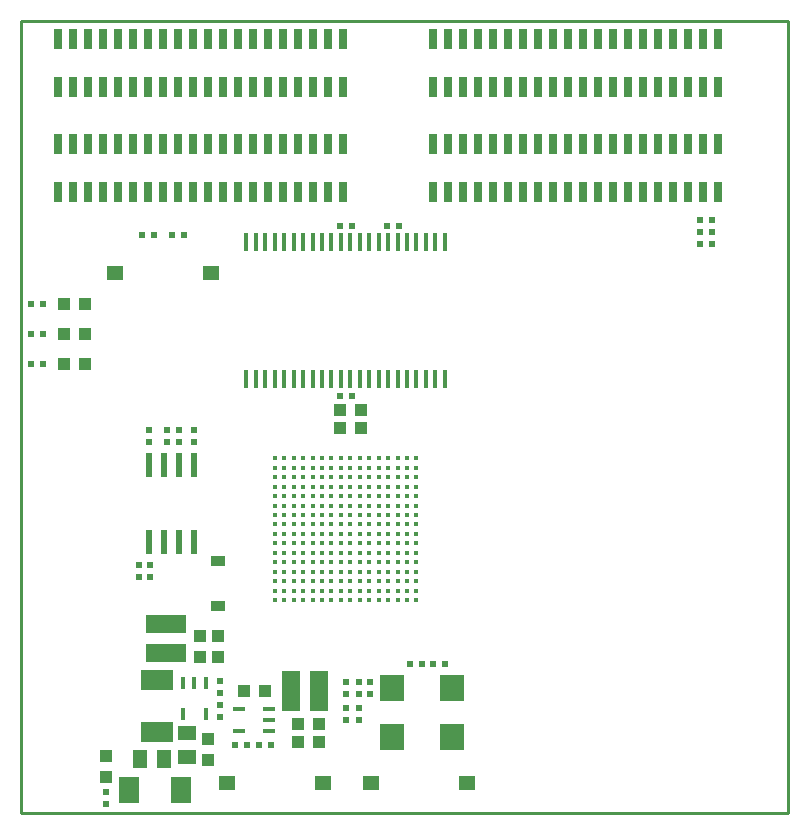
<source format=gbr>
G04 #@! TF.FileFunction,Paste,Top*
%FSLAX46Y46*%
G04 Gerber Fmt 4.6, Leading zero omitted, Abs format (unit mm)*
G04 Created by KiCad (PCBNEW 201610010949+7276~55~ubuntu14.04.1-) date Wed Oct  5 10:29:21 2016*
%MOMM*%
%LPD*%
G01*
G04 APERTURE LIST*
%ADD10C,0.100000*%
%ADD11C,0.254000*%
%ADD12R,1.498400X3.398400*%
%ADD13R,3.398400X1.498400*%
%ADD14R,1.422400X1.168400*%
%ADD15R,0.700000X1.800000*%
%ADD16R,1.778000X2.286000*%
%ADD17R,0.400000X1.500000*%
%ADD18R,0.550000X0.500000*%
%ADD19R,1.030000X1.060000*%
%ADD20R,0.498400X2.098400*%
%ADD21R,1.298400X0.898400*%
%ADD22R,0.500000X0.550000*%
%ADD23R,1.016000X1.016000*%
%ADD24R,1.524000X1.270000*%
%ADD25R,1.270000X1.524000*%
%ADD26R,2.000000X2.200000*%
%ADD27R,2.700000X1.800000*%
%ADD28R,1.060000X1.030000*%
%ADD29R,0.448400X1.098400*%
%ADD30R,1.098400X0.448400*%
%ADD31C,0.420000*%
G04 APERTURE END LIST*
D10*
D11*
X115000000Y-120000000D02*
X115000000Y-53000000D01*
X180000000Y-120000000D02*
X115000000Y-120000000D01*
X180000000Y-53000000D02*
X180000000Y-120000000D01*
X115000000Y-53000000D02*
X180000000Y-53000000D01*
D12*
X137865000Y-109728000D03*
X140265000Y-109728000D03*
D13*
X127282000Y-104060000D03*
X127282000Y-106460000D03*
D14*
X131064000Y-74295000D03*
X122936000Y-74295000D03*
D15*
X161290000Y-63373000D03*
X161290000Y-67437000D03*
X160020000Y-63373000D03*
X160020000Y-67437000D03*
X158750000Y-63373000D03*
X158750000Y-67437000D03*
X157480000Y-63373000D03*
X157480000Y-67437000D03*
X156210000Y-63373000D03*
X156210000Y-67437000D03*
X154940000Y-63373000D03*
X154940000Y-67437000D03*
X153670000Y-63373000D03*
X153670000Y-67437000D03*
X152400000Y-63373000D03*
X152400000Y-67437000D03*
X151130000Y-63373000D03*
X151130000Y-67437000D03*
X149860000Y-63373000D03*
X149860000Y-67437000D03*
X162560000Y-67437000D03*
X162560000Y-63373000D03*
X163830000Y-67437000D03*
X163830000Y-63373000D03*
X165100000Y-67437000D03*
X165100000Y-63373000D03*
X166370000Y-67437000D03*
X166370000Y-63373000D03*
X167640000Y-67437000D03*
X167640000Y-63373000D03*
X168910000Y-67437000D03*
X168910000Y-63373000D03*
X170180000Y-67437000D03*
X170180000Y-63373000D03*
X171450000Y-67437000D03*
X171450000Y-63373000D03*
X172720000Y-67437000D03*
X172720000Y-63373000D03*
X173990000Y-67437000D03*
X173990000Y-63373000D03*
X129540000Y-63373000D03*
X129540000Y-67437000D03*
X128270000Y-63373000D03*
X128270000Y-67437000D03*
X127000000Y-63373000D03*
X127000000Y-67437000D03*
X125730000Y-63373000D03*
X125730000Y-67437000D03*
X124460000Y-63373000D03*
X124460000Y-67437000D03*
X123190000Y-63373000D03*
X123190000Y-67437000D03*
X121920000Y-63373000D03*
X121920000Y-67437000D03*
X120650000Y-63373000D03*
X120650000Y-67437000D03*
X119380000Y-63373000D03*
X119380000Y-67437000D03*
X118110000Y-63373000D03*
X118110000Y-67437000D03*
X130810000Y-67437000D03*
X130810000Y-63373000D03*
X132080000Y-67437000D03*
X132080000Y-63373000D03*
X133350000Y-67437000D03*
X133350000Y-63373000D03*
X134620000Y-67437000D03*
X134620000Y-63373000D03*
X135890000Y-67437000D03*
X135890000Y-63373000D03*
X137160000Y-67437000D03*
X137160000Y-63373000D03*
X138430000Y-67437000D03*
X138430000Y-63373000D03*
X139700000Y-67437000D03*
X139700000Y-63373000D03*
X140970000Y-67437000D03*
X140970000Y-63373000D03*
X142240000Y-67437000D03*
X142240000Y-63373000D03*
X161290000Y-54483000D03*
X161290000Y-58547000D03*
X160020000Y-54483000D03*
X160020000Y-58547000D03*
X158750000Y-54483000D03*
X158750000Y-58547000D03*
X157480000Y-54483000D03*
X157480000Y-58547000D03*
X156210000Y-54483000D03*
X156210000Y-58547000D03*
X154940000Y-54483000D03*
X154940000Y-58547000D03*
X153670000Y-54483000D03*
X153670000Y-58547000D03*
X152400000Y-54483000D03*
X152400000Y-58547000D03*
X151130000Y-54483000D03*
X151130000Y-58547000D03*
X149860000Y-54483000D03*
X149860000Y-58547000D03*
X162560000Y-58547000D03*
X162560000Y-54483000D03*
X163830000Y-58547000D03*
X163830000Y-54483000D03*
X165100000Y-58547000D03*
X165100000Y-54483000D03*
X166370000Y-58547000D03*
X166370000Y-54483000D03*
X167640000Y-58547000D03*
X167640000Y-54483000D03*
X168910000Y-58547000D03*
X168910000Y-54483000D03*
X170180000Y-58547000D03*
X170180000Y-54483000D03*
X171450000Y-58547000D03*
X171450000Y-54483000D03*
X172720000Y-58547000D03*
X172720000Y-54483000D03*
X173990000Y-58547000D03*
X173990000Y-54483000D03*
X129540000Y-54483000D03*
X129540000Y-58547000D03*
X128270000Y-54483000D03*
X128270000Y-58547000D03*
X127000000Y-54483000D03*
X127000000Y-58547000D03*
X125730000Y-54483000D03*
X125730000Y-58547000D03*
X124460000Y-54483000D03*
X124460000Y-58547000D03*
X123190000Y-54483000D03*
X123190000Y-58547000D03*
X121920000Y-54483000D03*
X121920000Y-58547000D03*
X120650000Y-54483000D03*
X120650000Y-58547000D03*
X119380000Y-54483000D03*
X119380000Y-58547000D03*
X118110000Y-54483000D03*
X118110000Y-58547000D03*
X130810000Y-58547000D03*
X130810000Y-54483000D03*
X132080000Y-58547000D03*
X132080000Y-54483000D03*
X133350000Y-58547000D03*
X133350000Y-54483000D03*
X134620000Y-58547000D03*
X134620000Y-54483000D03*
X135890000Y-58547000D03*
X135890000Y-54483000D03*
X137160000Y-58547000D03*
X137160000Y-54483000D03*
X138430000Y-58547000D03*
X138430000Y-54483000D03*
X139700000Y-58547000D03*
X139700000Y-54483000D03*
X140970000Y-58547000D03*
X140970000Y-54483000D03*
X142240000Y-58547000D03*
X142240000Y-54483000D03*
D16*
X124188000Y-118110000D03*
X128542000Y-118110000D03*
D17*
X150900000Y-83300000D03*
X150100000Y-83300000D03*
X149300000Y-83300000D03*
X148500000Y-83300000D03*
X147700000Y-83300000D03*
X146900000Y-83300000D03*
X146100000Y-83300000D03*
X145300000Y-83300000D03*
X144500000Y-83300000D03*
X143700000Y-83300000D03*
X142900000Y-83300000D03*
X142100000Y-83300000D03*
X141300000Y-83300000D03*
X140500000Y-83300000D03*
X139700000Y-83300000D03*
X138900000Y-83300000D03*
X138100000Y-83300000D03*
X137300000Y-83300000D03*
X136500000Y-83300000D03*
X135700000Y-83300000D03*
X134900000Y-83300000D03*
X134100000Y-83300000D03*
X134100000Y-71700000D03*
X134900000Y-71700000D03*
X135700000Y-71700000D03*
X136500000Y-71700000D03*
X137300000Y-71700000D03*
X138100000Y-71700000D03*
X138900000Y-71700000D03*
X139700000Y-71700000D03*
X140500000Y-71700000D03*
X141300000Y-71700000D03*
X142100000Y-71700000D03*
X142900000Y-71700000D03*
X143700000Y-71700000D03*
X144500000Y-71700000D03*
X145300000Y-71700000D03*
X146100000Y-71700000D03*
X146900000Y-71700000D03*
X147700000Y-71700000D03*
X148500000Y-71700000D03*
X149300000Y-71700000D03*
X150100000Y-71700000D03*
X150900000Y-71700000D03*
D18*
X142494000Y-111125000D03*
X142494000Y-112141000D03*
D19*
X118646000Y-76939000D03*
X120424000Y-76939000D03*
D18*
X129667000Y-88646000D03*
X129667000Y-87630000D03*
D20*
X125885000Y-90595000D03*
X127155000Y-90595000D03*
X128425000Y-90595000D03*
X129695000Y-90595000D03*
X129695000Y-97065000D03*
X128425000Y-97065000D03*
X127155000Y-97065000D03*
X125885000Y-97065000D03*
D21*
X131699000Y-102484000D03*
X131699000Y-98684000D03*
D22*
X141992000Y-84700000D03*
X143008000Y-84700000D03*
D23*
X130810000Y-113792000D03*
X130810000Y-115570000D03*
X133858000Y-109728000D03*
X135636000Y-109728000D03*
D18*
X125885000Y-88623000D03*
X125885000Y-87607000D03*
X144526000Y-108966000D03*
X144526000Y-109982000D03*
D24*
X129060000Y-113261000D03*
X129060000Y-115293000D03*
D25*
X125123000Y-115420000D03*
X127155000Y-115420000D03*
D23*
X130203000Y-105006000D03*
X130203000Y-106784000D03*
X140208000Y-112522000D03*
X138430000Y-112522000D03*
X131727000Y-105006000D03*
X131727000Y-106784000D03*
X140208000Y-114046000D03*
X138430000Y-114046000D03*
D18*
X143637000Y-111125000D03*
X143637000Y-112141000D03*
D22*
X143008000Y-70300000D03*
X141992000Y-70300000D03*
D19*
X118646000Y-82019000D03*
X120424000Y-82019000D03*
D26*
X146471000Y-109406000D03*
X151471000Y-109406000D03*
X151471000Y-113606000D03*
X146471000Y-113606000D03*
D27*
X126520000Y-113175000D03*
X126520000Y-108775000D03*
D19*
X118646000Y-79479000D03*
X120424000Y-79479000D03*
D28*
X122174000Y-115189000D03*
X122174000Y-116967000D03*
D22*
X126238000Y-71120000D03*
X125222000Y-71120000D03*
X127762000Y-71120000D03*
X128778000Y-71120000D03*
X115852000Y-82019000D03*
X116868000Y-82019000D03*
D18*
X125900000Y-100008000D03*
X125900000Y-98992000D03*
X131854000Y-108816000D03*
X131854000Y-109832000D03*
X131854000Y-111864000D03*
X131854000Y-110848000D03*
D22*
X136144000Y-114300000D03*
X135128000Y-114300000D03*
X133096000Y-114300000D03*
X134112000Y-114300000D03*
D18*
X125000000Y-98992000D03*
X125000000Y-100008000D03*
D22*
X148971000Y-107442000D03*
X147955000Y-107442000D03*
D18*
X127381000Y-88646000D03*
X127381000Y-87630000D03*
X122174000Y-118237000D03*
X122174000Y-119253000D03*
D22*
X115852000Y-79479000D03*
X116868000Y-79479000D03*
X115852000Y-76939000D03*
X116868000Y-76939000D03*
D18*
X142494000Y-108966000D03*
X142494000Y-109982000D03*
X143637000Y-108966000D03*
X143637000Y-109982000D03*
D22*
X147008000Y-70300000D03*
X145992000Y-70300000D03*
X149860000Y-107442000D03*
X150876000Y-107442000D03*
D29*
X130645000Y-109040000D03*
X129695000Y-109040000D03*
X128745000Y-109040000D03*
X130645000Y-111640000D03*
X128745000Y-111640000D03*
D30*
X136047000Y-113091000D03*
X136047000Y-112141000D03*
X136047000Y-111191000D03*
X133447000Y-113091000D03*
X133447000Y-111191000D03*
D14*
X132461000Y-117475000D03*
X140589000Y-117475000D03*
X152781000Y-117475000D03*
X144653000Y-117475000D03*
D23*
X142011000Y-87400000D03*
X143789000Y-87400000D03*
D18*
X128397000Y-87630000D03*
X128397000Y-88646000D03*
D23*
X142011000Y-85900000D03*
X143789000Y-85900000D03*
D22*
X173482000Y-69850000D03*
X172466000Y-69850000D03*
X173482000Y-70866000D03*
X172466000Y-70866000D03*
X173482000Y-71882000D03*
X172466000Y-71882000D03*
D31*
X148500000Y-102000000D03*
X147700000Y-102000000D03*
X146900000Y-102000000D03*
X146100000Y-102000000D03*
X145300000Y-102000000D03*
X144500000Y-102000000D03*
X143700000Y-102000000D03*
X142900000Y-102000000D03*
X142100000Y-102000000D03*
X141300000Y-102000000D03*
X140500000Y-102000000D03*
X139700000Y-102000000D03*
X138900000Y-102000000D03*
X138100000Y-102000000D03*
X137300000Y-102000000D03*
X136500000Y-102000000D03*
X136500000Y-101200000D03*
X137300000Y-101200000D03*
X138100000Y-101200000D03*
X138900000Y-101200000D03*
X139700000Y-101200000D03*
X140500000Y-101200000D03*
X141300000Y-101200000D03*
X142100000Y-101200000D03*
X142900000Y-101200000D03*
X143700000Y-101200000D03*
X144500000Y-101200000D03*
X145300000Y-101200000D03*
X146100000Y-101200000D03*
X146900000Y-101200000D03*
X147700000Y-101200000D03*
X148500000Y-101200000D03*
X148500000Y-100400000D03*
X147700000Y-100400000D03*
X146900000Y-100400000D03*
X146100000Y-100400000D03*
X145300000Y-100400000D03*
X144500000Y-100400000D03*
X143700000Y-100400000D03*
X142900000Y-100400000D03*
X142100000Y-100400000D03*
X141300000Y-100400000D03*
X140500000Y-100400000D03*
X139700000Y-100400000D03*
X138900000Y-100400000D03*
X138100000Y-100400000D03*
X137300000Y-100400000D03*
X136500000Y-100400000D03*
X136500000Y-99600000D03*
X137300000Y-99600000D03*
X138100000Y-99600000D03*
X138900000Y-99600000D03*
X139700000Y-99600000D03*
X140500000Y-99600000D03*
X141300000Y-99600000D03*
X142100000Y-99600000D03*
X142900000Y-99600000D03*
X143700000Y-99600000D03*
X144500000Y-99600000D03*
X145300000Y-99600000D03*
X146100000Y-99600000D03*
X146900000Y-99600000D03*
X147700000Y-99600000D03*
X148500000Y-99600000D03*
X136500000Y-98800000D03*
X137300000Y-98800000D03*
X138100000Y-98800000D03*
X138900000Y-98800000D03*
X139700000Y-98800000D03*
X140500000Y-98800000D03*
X141300000Y-98800000D03*
X142100000Y-98800000D03*
X142900000Y-98800000D03*
X143700000Y-98800000D03*
X144500000Y-98800000D03*
X145300000Y-98800000D03*
X146100000Y-98800000D03*
X146900000Y-98800000D03*
X147700000Y-98800000D03*
X148500000Y-98800000D03*
X148500000Y-98000000D03*
X147700000Y-98000000D03*
X146900000Y-98000000D03*
X146100000Y-98000000D03*
X145300000Y-98000000D03*
X144500000Y-98000000D03*
X143700000Y-98000000D03*
X142900000Y-98000000D03*
X142100000Y-98000000D03*
X141300000Y-98000000D03*
X140500000Y-98000000D03*
X139700000Y-98000000D03*
X138900000Y-98000000D03*
X138100000Y-98000000D03*
X137300000Y-98000000D03*
X136500000Y-98000000D03*
X148500000Y-97200000D03*
X147700000Y-97200000D03*
X146900000Y-97200000D03*
X146100000Y-97200000D03*
X145300000Y-97200000D03*
X144500000Y-97200000D03*
X143700000Y-97200000D03*
X142900000Y-97200000D03*
X142100000Y-97200000D03*
X141300000Y-97200000D03*
X140500000Y-97200000D03*
X139700000Y-97200000D03*
X138900000Y-97200000D03*
X138100000Y-97200000D03*
X137300000Y-97200000D03*
X136500000Y-97200000D03*
X136500000Y-96400000D03*
X137300000Y-96400000D03*
X138100000Y-96400000D03*
X138900000Y-96400000D03*
X139700000Y-96400000D03*
X140500000Y-96400000D03*
X141300000Y-96400000D03*
X142100000Y-96400000D03*
X142900000Y-96400000D03*
X143700000Y-96400000D03*
X144500000Y-96400000D03*
X145300000Y-96400000D03*
X146100000Y-96400000D03*
X146900000Y-96400000D03*
X147700000Y-96400000D03*
X148500000Y-96400000D03*
X148500000Y-95600000D03*
X147700000Y-95600000D03*
X146900000Y-95600000D03*
X146100000Y-95600000D03*
X145300000Y-95600000D03*
X144500000Y-95600000D03*
X143700000Y-95600000D03*
X142900000Y-95600000D03*
X142100000Y-95600000D03*
X141300000Y-95600000D03*
X140500000Y-95600000D03*
X139700000Y-95600000D03*
X138900000Y-95600000D03*
X138100000Y-95600000D03*
X137300000Y-95600000D03*
X136500000Y-95600000D03*
X136500000Y-94800000D03*
X137300000Y-94800000D03*
X138100000Y-94800000D03*
X138900000Y-94800000D03*
X139700000Y-94800000D03*
X140500000Y-94800000D03*
X141300000Y-94800000D03*
X142100000Y-94800000D03*
X142900000Y-94800000D03*
X143700000Y-94800000D03*
X144500000Y-94800000D03*
X145300000Y-94800000D03*
X146100000Y-94800000D03*
X146900000Y-94800000D03*
X147700000Y-94800000D03*
X148500000Y-94800000D03*
X148500000Y-94000000D03*
X147700000Y-94000000D03*
X146900000Y-94000000D03*
X146100000Y-94000000D03*
X145300000Y-94000000D03*
X144500000Y-94000000D03*
X143700000Y-94000000D03*
X142900000Y-94000000D03*
X142100000Y-94000000D03*
X141300000Y-94000000D03*
X140500000Y-94000000D03*
X139700000Y-94000000D03*
X138900000Y-94000000D03*
X138100000Y-94000000D03*
X137300000Y-94000000D03*
X136500000Y-94000000D03*
X136500000Y-93200000D03*
X137300000Y-93200000D03*
X138100000Y-93200000D03*
X138900000Y-93200000D03*
X139700000Y-93200000D03*
X140500000Y-93200000D03*
X141300000Y-93200000D03*
X142100000Y-93200000D03*
X142900000Y-93200000D03*
X143700000Y-93200000D03*
X144500000Y-93200000D03*
X145300000Y-93200000D03*
X146100000Y-93200000D03*
X146900000Y-93200000D03*
X147700000Y-93200000D03*
X148500000Y-93200000D03*
X148500000Y-92400000D03*
X147700000Y-92400000D03*
X146900000Y-92400000D03*
X146100000Y-92400000D03*
X145300000Y-92400000D03*
X144500000Y-92400000D03*
X143700000Y-92400000D03*
X142900000Y-92400000D03*
X142100000Y-92400000D03*
X141300000Y-92400000D03*
X140500000Y-92400000D03*
X139700000Y-92400000D03*
X138900000Y-92400000D03*
X138100000Y-92400000D03*
X137300000Y-92400000D03*
X136500000Y-92400000D03*
X136500000Y-91600000D03*
X137300000Y-91600000D03*
X138100000Y-91600000D03*
X138900000Y-91600000D03*
X139700000Y-91600000D03*
X140500000Y-91600000D03*
X141300000Y-91600000D03*
X142100000Y-91600000D03*
X142900000Y-91600000D03*
X143700000Y-91600000D03*
X144500000Y-91600000D03*
X145300000Y-91600000D03*
X146100000Y-91600000D03*
X146900000Y-91600000D03*
X147700000Y-91600000D03*
X148500000Y-91600000D03*
X148500000Y-90800000D03*
X147700000Y-90800000D03*
X146900000Y-90800000D03*
X146100000Y-90800000D03*
X145300000Y-90800000D03*
X144500000Y-90800000D03*
X143700000Y-90800000D03*
X142900000Y-90800000D03*
X142100000Y-90800000D03*
X141300000Y-90800000D03*
X140500000Y-90800000D03*
X139700000Y-90800000D03*
X138900000Y-90800000D03*
X138100000Y-90800000D03*
X137300000Y-90800000D03*
X136500000Y-90800000D03*
X136500000Y-90000000D03*
X137300000Y-90000000D03*
X138100000Y-90000000D03*
X138900000Y-90000000D03*
X139700000Y-90000000D03*
X140500000Y-90000000D03*
X141300000Y-90000000D03*
X142100000Y-90000000D03*
X142900000Y-90000000D03*
X143700000Y-90000000D03*
X144500000Y-90000000D03*
X145300000Y-90000000D03*
X146100000Y-90000000D03*
X146900000Y-90000000D03*
X147700000Y-90000000D03*
X148500000Y-90000000D03*
M02*

</source>
